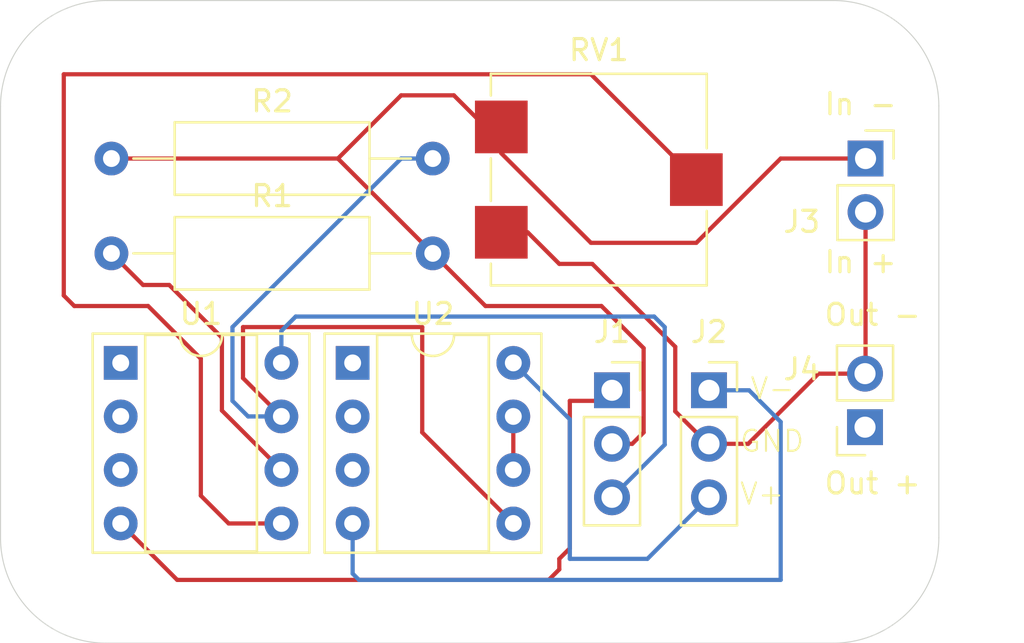
<source format=kicad_pcb>
(kicad_pcb (version 20240108) (generator "pcbnew") (generator_version "8.0")
  (layers (0 "F.Cu" signal) (31 "B.Cu" signal) (34 "B.Paste" user) (35 "F.Paste" user) (36 "B.SilkS" user "B.Silkscreen") (37 "F.SilkS" user "F.Silkscreen") (38 "B.Mask" user) (39 "F.Mask" user) (44 "Edge.Cuts" user))
  (net 0 "")
  (net 1 "GND")
  (net 2 "Net-(U1B--)")
  (net 3 "+5V")
  (net 4 "Net-(U1B-+)")
  (net 8 "Net-(U2B-+)")
  (net 9 "Net-(J4-Pin_1)")
  (net 10 "Net-(J1-Pin_3)")
  (net 11 "Net-(J1-Pin_1)")
  (net 12 "Net-(J2-Pin_3)")
  (net 13 "Net-(J2-Pin_1)")
  (footprint "Connector_PinSocket_2.54mm:PinSocket_1x03_P2.54mm_Vertical" (layer "F.Cu") (at 124.6 105.5)
    (property "Reference" "J2" (at 0 -2.77 0) (layer "F.SilkS"))
    (property "Value" "Conn_01x03_Socket")
    (fp_line (start -1.33 1.27) (end -1.33 6.41) (stroke (width 0.12)) (layer "F.SilkS"))
    (fp_line (start -1.33 1.27) (end 1.33 1.27) (stroke (width 0.12)) (layer "F.SilkS"))
    (fp_line (start -1.33 6.41) (end 1.33 6.41) (stroke (width 0.12)) (layer "F.SilkS"))
    (fp_line (start 0 -1.33) (end 1.33 -1.33) (stroke (width 0.12)) (layer "F.SilkS"))
    (fp_line (start 1.33 -1.33) (end 1.33 0) (stroke (width 0.12)) (layer "F.SilkS"))
    (fp_line (start 1.33 1.27) (end 1.33 6.41) (stroke (width 0.12)) (layer "F.SilkS"))
    (pad "1" thru_hole rect (at 0 0) (size 1.7 1.7) (drill 1) (layers "*.Cu" "*.Mask") (net 13 "Net-(J2-Pin_1)"))
    (pad "2" thru_hole oval (at 0 2.54) (size 1.7 1.7) (drill 1) (layers "*.Cu" "*.Mask") (net 3 "+5V"))
    (pad "3" thru_hole oval (at 0 5.08) (size 1.7 1.7) (drill 1) (layers "*.Cu" "*.Mask") (net 12 "Net-(J2-Pin_3)"))
  )
  (footprint "Connector_PinSocket_2.54mm:PinSocket_1x02_P2.54mm_Vertical" (layer "F.Cu") (at 132 107.25 180)
    (property "Reference" "J4" (at 3 2.75 360) (layer "F.SilkS"))
    (property "Value" "Conn_01x02_Socket")
    (fp_line (start 1.33 1.27) (end 1.33 3.87) (stroke (width 0.12)) (layer "F.SilkS"))
    (fp_line (start 1.33 -1.33) (end 1.33 0) (stroke (width 0.12)) (layer "F.SilkS"))
    (fp_line (start 0 -1.33) (end 1.33 -1.33) (stroke (width 0.12)) (layer "F.SilkS"))
    (fp_line (start -1.33 3.87) (end 1.33 3.87) (stroke (width 0.12)) (layer "F.SilkS"))
    (fp_line (start -1.33 1.27) (end 1.33 1.27) (stroke (width 0.12)) (layer "F.SilkS"))
    (fp_line (start -1.33 1.27) (end -1.33 3.87) (stroke (width 0.12)) (layer "F.SilkS"))
    (pad "1" thru_hole rect (at 0 0 180) (size 1.7 1.7) (drill 1) (layers "*.Cu" "*.Mask") (net 9 "Net-(J4-Pin_1)"))
    (pad "2" thru_hole oval (at 0 2.54 180) (size 1.7 1.7) (drill 1) (layers "*.Cu" "*.Mask") (net 3 "+5V"))
  )
  (footprint "Connector_PinSocket_2.54mm:PinSocket_1x03_P2.54mm_Vertical" (layer "F.Cu") (at 120 105.5)
    (property "Reference" "J1" (at 0 -2.77 0) (layer "F.SilkS"))
    (property "Value" "Conn_01x03_Socket")
    (fp_line (start -1.33 1.27) (end -1.33 6.41) (stroke (width 0.12)) (layer "F.SilkS"))
    (fp_line (start -1.33 1.27) (end 1.33 1.27) (stroke (width 0.12)) (layer "F.SilkS"))
    (fp_line (start -1.33 6.41) (end 1.33 6.41) (stroke (width 0.12)) (layer "F.SilkS"))
    (fp_line (start 0 -1.33) (end 1.33 -1.33) (stroke (width 0.12)) (layer "F.SilkS"))
    (fp_line (start 1.33 -1.33) (end 1.33 0) (stroke (width 0.12)) (layer "F.SilkS"))
    (fp_line (start 1.33 1.27) (end 1.33 6.41) (stroke (width 0.12)) (layer "F.SilkS"))
    (pad "1" thru_hole rect (at 0 0) (size 1.7 1.7) (drill 1) (layers "*.Cu" "*.Mask") (net 11 "Net-(J1-Pin_1)"))
    (pad "2" thru_hole oval (at 0 2.54) (size 1.7 1.7) (drill 1) (layers "*.Cu" "*.Mask") (net 1 "GND"))
    (pad "3" thru_hole oval (at 0 5.08) (size 1.7 1.7) (drill 1) (layers "*.Cu" "*.Mask") (net 10 "Net-(J1-Pin_3)"))
  )
  (footprint "Package_DIP:DIP-8_W7.62mm_Socket" (layer "F.Cu") (at 96.7 104.2)
    (property "Reference" "U1" (at 3.81 -2.33 0) (layer "F.SilkS"))
    (property "Value" "LM358")
    (fp_line (start -1.33 -1.39) (end -1.33 9.01) (stroke (width 0.12)) (layer "F.SilkS"))
    (fp_line (start -1.33 9.01) (end 8.95 9.01) (stroke (width 0.12)) (layer "F.SilkS"))
    (fp_line (start 1.16 -1.33) (end 1.16 8.95) (stroke (width 0.12)) (layer "F.SilkS"))
    (fp_line (start 1.16 8.95) (end 6.46 8.95) (stroke (width 0.12)) (layer "F.SilkS"))
    (fp_line (start 2.81 -1.33) (end 1.16 -1.33) (stroke (width 0.12)) (layer "F.SilkS"))
    (fp_line (start 6.46 -1.33) (end 4.81 -1.33) (stroke (width 0.12)) (layer "F.SilkS"))
    (fp_line (start 6.46 8.95) (end 6.46 -1.33) (stroke (width 0.12)) (layer "F.SilkS"))
    (fp_line (start 8.95 -1.39) (end -1.33 -1.39) (stroke (width 0.12)) (layer "F.SilkS"))
    (fp_line (start 8.95 9.01) (end 8.95 -1.39) (stroke (width 0.12)) (layer "F.SilkS"))
    (fp_arc (start 4.81 -1.33) (mid 3.81 -0.33) (end 2.81 -1.33) (stroke (width 0.12)) (layer "F.SilkS"))
    (pad "1" thru_hole rect (at 0 0) (size 1.6 1.6) (drill 0.8) (layers "*.Cu" "*.Mask"))
    (pad "2" thru_hole oval (at 0 2.54) (size 1.6 1.6) (drill 0.8) (layers "*.Cu" "*.Mask"))
    (pad "3" thru_hole oval (at 0 5.08) (size 1.6 1.6) (drill 0.8) (layers "*.Cu" "*.Mask"))
    (pad "4" thru_hole oval (at 0 7.62) (size 1.6 1.6) (drill 0.8) (layers "*.Cu" "*.Mask") (net 11 "Net-(J1-Pin_1)"))
    (pad "5" thru_hole oval (at 7.62 7.62) (size 1.6 1.6) (drill 0.8) (layers "*.Cu" "*.Mask") (net 4 "Net-(U1B-+)"))
    (pad "6" thru_hole oval (at 7.62 5.08) (size 1.6 1.6) (drill 0.8) (layers "*.Cu" "*.Mask") (net 2 "Net-(U1B--)"))
    (pad "7" thru_hole oval (at 7.62 2.54) (size 1.6 1.6) (drill 0.8) (layers "*.Cu" "*.Mask") (net 8 "Net-(U2B-+)"))
    (pad "8" thru_hole oval (at 7.62 0) (size 1.6 1.6) (drill 0.8) (layers "*.Cu" "*.Mask") (net 10 "Net-(J1-Pin_3)"))
  )
  (footprint "Resistor_THT:R_Axial_DIN0309_L9.0mm_D3.2mm_P15.24mm_Horizontal" (layer "F.Cu") (at 96.26 94.5)
    (property "Reference" "R2" (at 7.62 -2.72 0) (layer "F.SilkS"))
    (property "Value" "R")
    (fp_line (start 1.04 0) (end 3 0) (stroke (width 0.12)) (layer "F.SilkS"))
    (fp_line (start 3 -1.72) (end 3 1.72) (stroke (width 0.12)) (layer "F.SilkS"))
    (fp_line (start 3 1.72) (end 12.24 1.72) (stroke (width 0.12)) (layer "F.SilkS"))
    (fp_line (start 12.24 -1.72) (end 3 -1.72) (stroke (width 0.12)) (layer "F.SilkS"))
    (fp_line (start 12.24 1.72) (end 12.24 -1.72) (stroke (width 0.12)) (layer "F.SilkS"))
    (fp_line (start 14.2 0) (end 12.24 0) (stroke (width 0.12)) (layer "F.SilkS"))
    (pad "1" thru_hole circle (at 0 0) (size 1.6 1.6) (drill 0.8) (layers "*.Cu" "*.Mask") (net 1 "GND"))
    (pad "2" thru_hole oval (at 15.24 0) (size 1.6 1.6) (drill 0.8) (layers "*.Cu" "*.Mask") (net 8 "Net-(U2B-+)"))
  )
  (footprint "Connector_PinSocket_2.54mm:PinSocket_1x02_P2.54mm_Vertical" (layer "F.Cu") (at 132.025 94.5)
    (property "Reference" "J3" (at -3.025 3 0) (layer "F.SilkS"))
    (property "Value" "Conn_01x02_Socket")
    (fp_line (start -1.33 1.27) (end -1.33 3.87) (stroke (width 0.12)) (layer "F.SilkS"))
    (fp_line (start -1.33 1.27) (end 1.33 1.27) (stroke (width 0.12)) (layer "F.SilkS"))
    (fp_line (start -1.33 3.87) (end 1.33 3.87) (stroke (width 0.12)) (layer "F.SilkS"))
    (fp_line (start 0 -1.33) (end 1.33 -1.33) (stroke (width 0.12)) (layer "F.SilkS"))
    (fp_line (start 1.33 -1.33) (end 1.33 0) (stroke (width 0.12)) (layer "F.SilkS"))
    (fp_line (start 1.33 1.27) (end 1.33 3.87) (stroke (width 0.12)) (layer "F.SilkS"))
    (pad "1" thru_hole rect (at 0 0) (size 1.7 1.7) (drill 1) (layers "*.Cu" "*.Mask") (net 1 "GND"))
    (pad "2" thru_hole oval (at 0 2.54) (size 1.7 1.7) (drill 1) (layers "*.Cu" "*.Mask") (net 3 "+5V"))
  )
  (footprint "Package_DIP:DIP-8_W7.62mm_Socket" (layer "F.Cu") (at 107.7 104.2)
    (property "Reference" "U2" (at 3.81 -2.33 0) (layer "F.SilkS"))
    (property "Value" "LM358")
    (fp_line (start -1.33 -1.39) (end -1.33 9.01) (stroke (width 0.12)) (layer "F.SilkS"))
    (fp_line (start -1.33 9.01) (end 8.95 9.01) (stroke (width 0.12)) (layer "F.SilkS"))
    (fp_line (start 1.16 -1.33) (end 1.16 8.95) (stroke (width 0.12)) (layer "F.SilkS"))
    (fp_line (start 1.16 8.95) (end 6.46 8.95) (stroke (width 0.12)) (layer "F.SilkS"))
    (fp_line (start 2.81 -1.33) (end 1.16 -1.33) (stroke (width 0.12)) (layer "F.SilkS"))
    (fp_line (start 6.46 -1.33) (end 4.81 -1.33) (stroke (width 0.12)) (layer "F.SilkS"))
    (fp_line (start 6.46 8.95) (end 6.46 -1.33) (stroke (width 0.12)) (layer "F.SilkS"))
    (fp_line (start 8.95 -1.39) (end -1.33 -1.39) (stroke (width 0.12)) (layer "F.SilkS"))
    (fp_line (start 8.95 9.01) (end 8.95 -1.39) (stroke (width 0.12)) (layer "F.SilkS"))
    (fp_arc (start 4.81 -1.33) (mid 3.81 -0.33) (end 2.81 -1.33) (stroke (width 0.12)) (layer "F.SilkS"))
    (pad "1" thru_hole rect (at 0 0) (size 1.6 1.6) (drill 0.8) (layers "*.Cu" "*.Mask"))
    (pad "2" thru_hole oval (at 0 2.54) (size 1.6 1.6) (drill 0.8) (layers "*.Cu" "*.Mask"))
    (pad "3" thru_hole oval (at 0 5.08) (size 1.6 1.6) (drill 0.8) (layers "*.Cu" "*.Mask"))
    (pad "4" thru_hole oval (at 0 7.62) (size 1.6 1.6) (drill 0.8) (layers "*.Cu" "*.Mask") (net 13 "Net-(J2-Pin_1)"))
    (pad "5" thru_hole oval (at 7.62 7.62) (size 1.6 1.6) (drill 0.8) (layers "*.Cu" "*.Mask") (net 8 "Net-(U2B-+)"))
    (pad "6" thru_hole oval (at 7.62 5.08) (size 1.6 1.6) (drill 0.8) (layers "*.Cu" "*.Mask") (net 9 "Net-(J4-Pin_1)"))
    (pad "7" thru_hole oval (at 7.62 2.54) (size 1.6 1.6) (drill 0.8) (layers "*.Cu" "*.Mask") (net 9 "Net-(J4-Pin_1)"))
    (pad "8" thru_hole oval (at 7.62 0) (size 1.6 1.6) (drill 0.8) (layers "*.Cu" "*.Mask") (net 12 "Net-(J2-Pin_3)"))
  )
  (footprint "Resistor_THT:R_Axial_DIN0309_L9.0mm_D3.2mm_P15.24mm_Horizontal" (layer "F.Cu") (at 96.26 99)
    (property "Reference" "R1" (at 7.62 -2.72 0) (layer "F.SilkS"))
    (property "Value" "R")
    (fp_line (start 1.04 0) (end 3 0) (stroke (width 0.12)) (layer "F.SilkS"))
    (fp_line (start 3 -1.72) (end 3 1.72) (stroke (width 0.12)) (layer "F.SilkS"))
    (fp_line (start 3 1.72) (end 12.24 1.72) (stroke (width 0.12)) (layer "F.SilkS"))
    (fp_line (start 12.24 -1.72) (end 3 -1.72) (stroke (width 0.12)) (layer "F.SilkS"))
    (fp_line (start 12.24 1.72) (end 12.24 -1.72) (stroke (width 0.12)) (layer "F.SilkS"))
    (fp_line (start 14.2 0) (end 12.24 0) (stroke (width 0.12)) (layer "F.SilkS"))
    (pad "1" thru_hole circle (at 0 0) (size 1.6 1.6) (drill 0.8) (layers "*.Cu" "*.Mask") (net 2 "Net-(U1B--)"))
    (pad "2" thru_hole oval (at 15.24 0) (size 1.6 1.6) (drill 0.8) (layers "*.Cu" "*.Mask") (net 1 "GND"))
  )
  (footprint "Potentiometer_SMD:Potentiometer_ACP_CA9-VSMD_Vertical_Hole" (layer "F.Cu") (at 119.375 95.5)
    (property "Reference" "RV1" (at 0 -6.15 0) (layer "F.SilkS"))
    (property "Value" "R_Potentiometer")
    (fp_line (start -5.12 -5.021) (end -5.12 -3.991) (stroke (width 0.12)) (layer "F.SilkS"))
    (fp_line (start -5.12 -5.021) (end 5.12 -5.021) (stroke (width 0.12)) (layer "F.SilkS"))
    (fp_line (start -5.12 -1.009) (end -5.12 1.01) (stroke (width 0.12)) (layer "F.SilkS"))
    (fp_line (start -5.12 3.99) (end -5.12 5.02) (stroke (width 0.12)) (layer "F.SilkS"))
    (fp_line (start -5.12 5.02) (end 5.12 5.02) (stroke (width 0.12)) (layer "F.SilkS"))
    (fp_line (start 5.12 -5.021) (end 5.12 -1.49) (stroke (width 0.12)) (layer "F.SilkS"))
    (fp_line (start 5.12 1.49) (end 5.12 5.02) (stroke (width 0.12)) (layer "F.SilkS"))
    (pad "" np_thru_hole circle (at 0.125 0) (size 4 4) (drill 4) (layers "*.Cu" "*.Mask"))
    (pad "1" smd rect (at -4.625 2.5) (size 2.5 2.5) (layers "F.Cu" "F.Paste" "F.Mask") (net 3 "+5V"))
    (pad "2" smd rect (at 4.625 0) (size 2.5 2.5) (layers "F.Cu" "F.Paste" "F.Mask") (net 4 "Net-(U1B-+)"))
    (pad "3" smd rect (at -4.625 -2.5) (size 2.5 2.5) (layers "F.Cu" "F.Paste" "F.Mask") (net 1 "GND"))
  )
  (gr_arc (start 135.5 112.5) (mid 134.035534 116.035534) (end 130.5 117.5) (stroke (width 0.05)) (layer "Edge.Cuts"))
  (gr_line (start 135.5 92) (end 135.5 112.5) (stroke (width 0.05)) (layer "Edge.Cuts"))
  (gr_line (start 96.035534 87) (end 130.5 87) (stroke (width 0.05)) (layer "Edge.Cuts"))
  (gr_line (start 91 112.5) (end 91 92) (stroke (width 0.05)) (layer "Edge.Cuts"))
  (gr_arc (start 96 117.5) (mid 92.464466 116.035534) (end 91 112.5) (stroke (width 0.05)) (layer "Edge.Cuts"))
  (gr_line (start 130.5 117.5) (end 96 117.5) (stroke (width 0.05)) (layer "Edge.Cuts"))
  (gr_arc (start 130.5 87) (mid 134.035534 88.464466) (end 135.5 92) (stroke (width 0.05)) (layer "Edge.Cuts"))
  (gr_arc (start 91 92.035534) (mid 92.474874 88.474874) (end 96.035534 87) (stroke (width 0.05)) (layer "Edge.Cuts"))
  (gr_text "In +" (at 130 100 0) (layer "F.SilkS") (effects (font (size 1 1)) (justify left bottom)))
  (gr_text "V+" (at 126 111 0) (layer "F.SilkS") (effects (font (size 1 1) (thickness 0.1)) (justify left bottom)))
  (gr_text "V-" (at 126.5 106 0) (layer "F.SilkS") (effects (font (size 1 1) (thickness 0.1)) (justify left bottom)))
  (gr_text "Out -" (at 130 102.5 0) (layer "F.SilkS") (effects (font (size 1 1)) (justify left bottom)))
  (gr_text "In -" (at 130 92.5 0) (layer "F.SilkS") (effects (font (size 1 1)) (justify left bottom)))
  (gr_text "GND" (at 126 108.5 0) (layer "F.SilkS") (effects (font (size 1 1) (thickness 0.1)) (justify left bottom)))
  (gr_text "Out +" (at 130 110.5 0) (layer "F.SilkS") (effects (font (size 1 1)) (justify left bottom)))
  (segment (start 132.025 94.5) (end 128 94.5) (width 0.2) (layer "F.Cu") (net 1))
  (segment (start 96.26 94.5) (end 107 94.5) (width 0.2) (layer "F.Cu") (net 1))
  (segment (start 114.75 94.25) (end 114.75 93) (width 0.2) (layer "F.Cu") (net 1))
  (segment (start 114 93) (end 114.75 93) (width 0.2) (layer "F.Cu") (net 1))
  (segment (start 107 94.5) (end 111.5 99) (width 0.2) (layer "F.Cu") (net 1))
  (segment (start 110 91.5) (end 112.5 91.5) (width 0.2) (layer "F.Cu") (net 1))
  (segment (start 120 108.04) (end 120.96 108.04) (width 0.2) (layer "F.Cu") (net 1))
  (segment (start 124 98.5) (end 119 98.5) (width 0.2) (layer "F.Cu") (net 1))
  (segment (start 119 98.5) (end 114.75 94.25) (width 0.2) (layer "F.Cu") (net 1))
  (segment (start 110 91.5) (end 107 94.5) (width 0.2) (layer "F.Cu") (net 1))
  (segment (start 120.96 108.04) (end 121.5 107.5) (width 0.2) (layer "F.Cu") (net 1))
  (segment (start 128 94.5) (end 124 98.5) (width 0.2) (layer "F.Cu") (net 1))
  (segment (start 121.5 107.5) (end 121.5 103.5) (width 0.2) (layer "F.Cu") (net 1))
  (segment (start 114.75 93) (end 114.75 92.25) (width 0.2) (layer "F.Cu") (net 1))
  (segment (start 114 101.5) (end 111.5 99) (width 0.2) (layer "F.Cu") (net 1))
  (segment (start 119.5 101.5) (end 114 101.5) (width 0.2) (layer "F.Cu") (net 1))
  (segment (start 121.5 103.5) (end 119.5 101.5) (width 0.2) (layer "F.Cu") (net 1))
  (segment (start 112.5 91.5) (end 114 93) (width 0.2) (layer "F.Cu") (net 1))
  (segment (start 101.5 106.46) (end 104.32 109.28) (width 0.2) (layer "F.Cu") (net 2))
  (segment (start 99 100.5) (end 101.5 103) (width 0.2) (layer "F.Cu") (net 2))
  (segment (start 101.5 103) (end 101.5 106.46) (width 0.2) (layer "F.Cu") (net 2))
  (segment (start 97.76 100.5) (end 99 100.5) (width 0.2) (layer "F.Cu") (net 2))
  (segment (start 96.26 99) (end 97.76 100.5) (width 0.2) (layer "F.Cu") (net 2))
  (segment (start 132.025 97.04) (end 132.025 104.685) (width 0.2) (layer "F.Cu") (net 3))
  (segment (start 114.75 98) (end 116 98) (width 0.2) (layer "F.Cu") (net 3))
  (segment (start 119.065686 99.5) (end 123 103.434314) (width 0.2) (layer "F.Cu") (net 3))
  (segment (start 124.54 108.04) (end 124.6 108.04) (width 0.2) (layer "F.Cu") (net 3))
  (segment (start 129.79 104.71) (end 126.46 108.04) (width 0.2) (layer "F.Cu") (net 3))
  (segment (start 123 106.5) (end 124.54 108.04) (width 0.2) (layer "F.Cu") (net 3))
  (segment (start 123 103.434314) (end 123 106.5) (width 0.2) (layer "F.Cu") (net 3))
  (segment (start 132 104.71) (end 129.79 104.71) (width 0.2) (layer "F.Cu") (net 3))
  (segment (start 132.025 104.685) (end 132 104.71) (width 0.2) (layer "F.Cu") (net 3))
  (segment (start 117.5 99.5) (end 119.065686 99.5) (width 0.2) (layer "F.Cu") (net 3))
  (segment (start 126.46 108.04) (end 124.6 108.04) (width 0.2) (layer "F.Cu") (net 3))
  (segment (start 116 98) (end 117.5 99.5) (width 0.2) (layer "F.Cu") (net 3))
  (segment (start 100.5 104) (end 100.5 110.5) (width 0.2) (layer "F.Cu") (net 4))
  (segment (start 100.5 110.5) (end 101.82 111.82) (width 0.2) (layer "F.Cu") (net 4))
  (segment (start 98 101.5) (end 100.5 104) (width 0.2) (layer "F.Cu") (net 4))
  (segment (start 101.82 111.82) (end 104.32 111.82) (width 0.2) (layer "F.Cu") (net 4))
  (segment (start 94 90.5) (end 94 101) (width 0.2) (layer "F.Cu") (net 4))
  (segment (start 119 90.5) (end 94 90.5) (width 0.2) (layer "F.Cu") (net 4))
  (segment (start 124 95.5) (end 119 90.5) (width 0.2) (layer "F.Cu") (net 4))
  (segment (start 94 101) (end 94.5 101.5) (width 0.2) (layer "F.Cu") (net 4))
  (segment (start 94.5 101.5) (end 98 101.5) (width 0.2) (layer "F.Cu") (net 4))
  (segment (start 111 107.5) (end 115.32 111.82) (width 0.2) (layer "F.Cu") (net 8))
  (segment (start 104.32 106.74) (end 102.5 104.92) (width 0.2) (layer "F.Cu") (net 8))
  (segment (start 102.5 104.92) (end 102.5 102.5) (width 0.2) (layer "F.Cu") (net 8))
  (segment (start 111 102.5) (end 111 107.5) (width 0.2) (layer "F.Cu") (net 8))
  (segment (start 102.5 102.5) (end 111 102.5) (width 0.2) (layer "F.Cu") (net 8))
  (segment (start 102.74 106.74) (end 104.32 106.74) (width 0.2) (layer "B.Cu") (net 8))
  (segment (start 102 102.5) (end 102 106) (width 0.2) (layer "B.Cu") (net 8))
  (segment (start 111.5 94.5) (end 110 94.5) (width 0.2) (layer "B.Cu") (net 8))
  (segment (start 102 106) (end 102.74 106.74) (width 0.2) (layer "B.Cu") (net 8))
  (segment (start 110 94.5) (end 102 102.5) (width 0.2) (layer "B.Cu") (net 8))
  (segment (start 115.32 106.74) (end 115.32 109.28) (width 0.2) (layer "F.Cu") (net 9))
  (segment (start 105 102) (end 122 102) (width 0.2) (layer "B.Cu") (net 10))
  (segment (start 122.5 102.5) (end 122.5 108.08) (width 0.2) (layer "B.Cu") (net 10))
  (segment (start 104.32 104.2) (end 104.32 102.68) (width 0.2) (layer "B.Cu") (net 10))
  (segment (start 104.32 102.68) (end 105 102) (width 0.2) (layer "B.Cu") (net 10))
  (segment (start 122.5 108.08) (end 120 110.58) (width 0.2) (layer "B.Cu") (net 10))
  (segment (start 122 102) (end 122.5 102.5) (width 0.2) (layer "B.Cu") (net 10))
  (segment (start 117.5 114) (end 117.5 113.5) (width 0.2) (layer "F.Cu") (net 11))
  (segment (start 117.5 113.5) (end 118 113) (width 0.2) (layer "F.Cu") (net 11))
  (segment (start 118 106) (end 119.5 106) (width 0.2) (layer "F.Cu") (net 11))
  (segment (start 118 113) (end 118 106) (width 0.2) (layer "F.Cu") (net 11))
  (segment (start 117 114.5) (end 117.5 114) (width 0.2) (layer "F.Cu") (net 11))
  (segment (start 119.5 106) (end 120 105.5) (width 0.2) (layer "F.Cu") (net 11))
  (segment (start 96.7 111.82) (end 99.38 114.5) (width 0.2) (layer "F.Cu") (net 11))
  (segment (start 99.38 114.5) (end 117 114.5) (width 0.2) (layer "F.Cu") (net 11))
  (segment (start 118 106.88) (end 115.32 104.2) (width 0.2) (layer "B.Cu") (net 12))
  (segment (start 121.68 113.5) (end 118 113.5) (width 0.2) (layer "B.Cu") (net 12))
  (segment (start 124.6 110.58) (end 121.68 113.5) (width 0.2) (layer "B.Cu") (net 12))
  (segment (start 118 113.5) (end 118 106.88) (width 0.2) (layer "B.Cu") (net 12))
  (segment (start 108 114.5) (end 128 114.5) (width 0.2) (layer "B.Cu") (net 13))
  (segment (start 128 107) (end 126.5 105.5) (width 0.2) (layer "B.Cu") (net 13))
  (segment (start 128 114.5) (end 128 107) (width 0.2) (layer "B.Cu") (net 13))
  (segment (start 126.5 105.5) (end 124.6 105.5) (width 0.2) (layer "B.Cu") (net 13))
  (segment (start 107.7 111.82) (end 107.7 114.2) (width 0.2) (layer "B.Cu") (net 13))
  (segment (start 107.7 114.2) (end 108 114.5) (width 0.2) (layer "B.Cu") (net 13))
)
</source>
